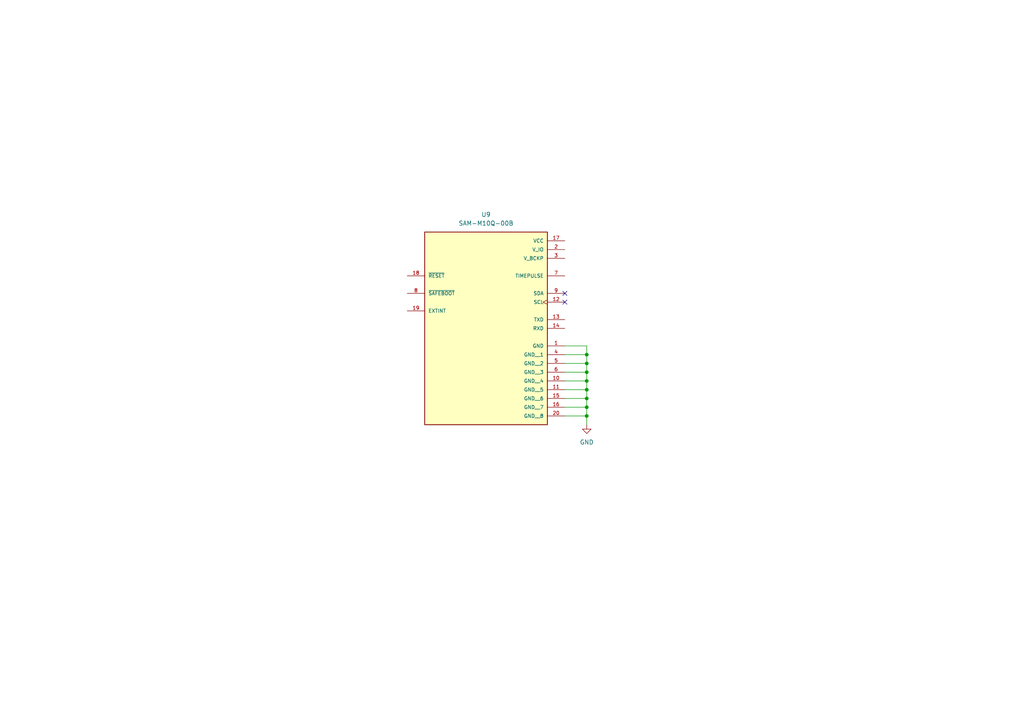
<source format=kicad_sch>
(kicad_sch (version 20250114) (generator "eeschema") (generator_version "9.0")
  (paper "A4")
  (lib_symbols
    (symbol "SAM-M10Q-00B:SAM-M10Q-00B" (pin_names (offset 1.016))
      (property "Reference" "U" (at -17.78 18.542 0))
      (property "Value" "SAM-M10Q-00B" (at -17.78 -40.64 0))
      (symbol "SAM-M10Q-00B_0_0"
        (rectangle (start -17.78 -38.1) (end 17.78 17.78) (stroke (width 0.254)) (fill (type background)))
        (pin input line (at -22.86 5.08 0) (length 5.08) (name "~{RESET}") (number "18"))
        (pin input line (at -22.86 0 0) (length 5.08) (name "~{SAFEBOOT}") (number "8"))
        (pin input line (at -22.86 -5.08 0) (length 5.08) (name "EXTINT") (number "19"))
        (pin power_in line (at 22.86 15.24 180) (length 5.08) (name "VCC") (number "17"))
        (pin power_in line (at 22.86 12.7 180) (length 5.08) (name "V_IO") (number "2"))
        (pin power_in line (at 22.86 10.16 180) (length 5.08) (name "V_BCKP") (number "3"))
        (pin output line (at 22.86 5.08 180) (length 5.08) (name "TIMEPULSE") (number "7"))
        (pin bidirectional line (at 22.86 0 180) (length 5.08) (name "SDA") (number "9"))
        (pin input clock (at 22.86 -2.54 180) (length 5.08) (name "SCL") (number "12"))
        (pin output line (at 22.86 -7.62 180) (length 5.08) (name "TXD") (number "13"))
        (pin input line (at 22.86 -10.16 180) (length 5.08) (name "RXD") (number "14"))
        (pin power_in line (at 22.86 -15.24 180) (length 5.08) (name "GND") (number "1"))
        (pin power_in line (at 22.86 -17.78 180) (length 5.08) (name "GND__1") (number "4"))
        (pin power_in line (at 22.86 -20.32 180) (length 5.08) (name "GND__2") (number "5"))
        (pin power_in line (at 22.86 -22.86 180) (length 5.08) (name "GND__3") (number "6"))
        (pin power_in line (at 22.86 -25.4 180) (length 5.08) (name "GND__4") (number "10"))
        (pin power_in line (at 22.86 -27.94 180) (length 5.08) (name "GND__5") (number "11"))
        (pin power_in line (at 22.86 -30.48 180) (length 5.08) (name "GND__6") (number "15"))
        (pin power_in line (at 22.86 -33.02 180) (length 5.08) (name "GND__7") (number "16"))
        (pin power_in line (at 22.86 -35.56 180) (length 5.08) (name "GND__8") (number "20"))
      )
    )
    (symbol "power:GND" (power) (pin_numbers (hide yes)) (pin_names (offset 0) (hide yes))
      (property "Value" "GND" (at 0 -3.81 0))
      (symbol "GND_0_1"
        (polyline (pts (xy 0 0) (xy 0 -1.27) (xy 1.27 -1.27) (xy 0 -2.54) (xy -1.27 -1.27) (xy 0 -1.27)))
      )
      (symbol "GND_1_1"
        (pin power_in line (at 0 0 270) (length 0) (name "~") (number "1"))
      )
    )
  )
  (junction (at 170.18 110.49))
  (junction (at 170.18 120.65))
  (junction (at 170.18 113.03))
  (junction (at 170.18 105.41))
  (junction (at 170.18 102.87))
  (junction (at 170.18 118.11))
  (junction (at 170.18 107.95))
  (junction (at 170.18 115.57))
  (no_connect (at 163.83 87.63))
  (no_connect (at 163.83 85.09))
  (wire (pts (xy 170.18 123.19) (xy 170.18 120.65)))
  (wire (pts (xy 170.18 120.65) (xy 170.18 118.11)))
  (wire (pts (xy 163.83 107.95) (xy 170.18 107.95)))
  (wire (pts (xy 163.83 110.49) (xy 170.18 110.49)))
  (wire (pts (xy 163.83 100.33) (xy 170.18 100.33)))
  (wire (pts (xy 170.18 107.95) (xy 170.18 110.49)))
  (wire (pts (xy 163.83 105.41) (xy 170.18 105.41)))
  (wire (pts (xy 170.18 102.87) (xy 170.18 105.41)))
  (wire (pts (xy 163.83 115.57) (xy 170.18 115.57)))
  (wire (pts (xy 163.83 113.03) (xy 170.18 113.03)))
  (wire (pts (xy 163.83 120.65) (xy 170.18 120.65)))
  (wire (pts (xy 170.18 113.03) (xy 170.18 115.57)))
  (wire (pts (xy 170.18 110.49) (xy 170.18 113.03)))
  (wire (pts (xy 170.18 105.41) (xy 170.18 107.95)))
  (wire (pts (xy 163.83 118.11) (xy 170.18 118.11)))
  (wire (pts (xy 170.18 100.33) (xy 170.18 102.87)))
  (wire (pts (xy 170.18 118.11) (xy 170.18 115.57)))
  (wire (pts (xy 163.83 102.87) (xy 170.18 102.87)))
  (symbol (lib_id "power:GND") (at 170.18 123.19 0) (unit 1)
    (property "Reference" "#PWR089" (effects (hide yes)))
    (property "Value" "GND" (at 170.18 128.27 0))
    (property "Description" "Power symbol creates a global label with name \"GND\" , ground" (effects (hide yes)))
  )
  (symbol (lib_id "SAM-M10Q-00B:SAM-M10Q-00B") (at 140.97 85.09 0) (unit 1)
    (property "Reference" "U9" (at 140.97 62.23 0))
    (property "Value" "SAM-M10Q-00B" (at 140.97 64.77 0))
    (property "Footprint" "SAM-M10Q-00B:XCVR_SAM-M10Q-00B" (effects (hide yes)))
    (property "Datasheet" "https://www.u-blox.com/sites/default/files/documents/SAM-M10Q_DataSheet_UBX-22013293.pdf" (effects (hide yes)))
    (property "PARTREV" "R03" (effects (hide yes)))
    (property "MANUFACTURER" "u-blox" (effects (hide yes)))
    (property "STANDARD" "Manufacturer Recommendations" (effects (hide yes)))
    (property "MAXIMUM_PACKAGE_HEIGHT" "6.8mm" (effects (hide yes)))
    (property "SNAPEDA_PN" "SAM-M10Q-00B" (effects (hide yes)))
  )
)
</source>
